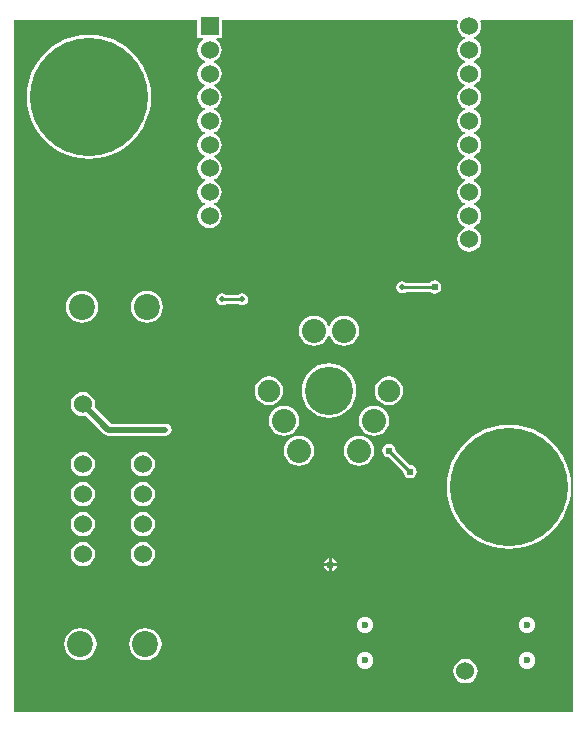
<source format=gbl>
G04*
G04 #@! TF.GenerationSoftware,Altium Limited,Altium Designer,20.0.14 (345)*
G04*
G04 Layer_Physical_Order=2*
G04 Layer_Color=16711680*
%FSLAX25Y25*%
%MOIN*%
G70*
G01*
G75*
%ADD15C,0.01000*%
%ADD52C,0.02000*%
%ADD58C,0.39370*%
%ADD59R,0.06024X0.06024*%
%ADD60C,0.06024*%
%ADD61C,0.06000*%
%ADD62C,0.02362*%
%ADD63C,0.07500*%
%ADD64C,0.16100*%
%ADD65C,0.08000*%
%ADD66C,0.08661*%
%ADD67C,0.02400*%
%ADD68C,0.02000*%
%ADD69C,0.01400*%
%ADD70C,0.04000*%
G36*
X165188Y331488D02*
Y325488D01*
X166856D01*
X167025Y324988D01*
X166339Y324461D01*
X165696Y323623D01*
X165292Y322647D01*
X165154Y321600D01*
X165292Y320553D01*
X165696Y319577D01*
X166339Y318739D01*
X167177Y318096D01*
X167599Y317921D01*
Y317379D01*
X167177Y317204D01*
X166339Y316561D01*
X165696Y315723D01*
X165292Y314747D01*
X165154Y313700D01*
X165292Y312653D01*
X165696Y311677D01*
X166339Y310839D01*
X167177Y310196D01*
X167599Y310021D01*
Y309479D01*
X167177Y309304D01*
X166339Y308661D01*
X165696Y307823D01*
X165292Y306847D01*
X165154Y305800D01*
X165292Y304753D01*
X165696Y303777D01*
X166339Y302939D01*
X167177Y302296D01*
X167599Y302121D01*
Y301579D01*
X167177Y301404D01*
X166339Y300761D01*
X165696Y299923D01*
X165292Y298947D01*
X165154Y297900D01*
X165292Y296853D01*
X165696Y295877D01*
X166339Y295039D01*
X167177Y294396D01*
X167599Y294221D01*
Y293679D01*
X167177Y293504D01*
X166339Y292861D01*
X165696Y292023D01*
X165292Y291047D01*
X165154Y290000D01*
X165292Y288953D01*
X165696Y287977D01*
X166339Y287139D01*
X167177Y286496D01*
X167599Y286321D01*
Y285779D01*
X167177Y285604D01*
X166339Y284961D01*
X165696Y284123D01*
X165292Y283147D01*
X165154Y282100D01*
X165292Y281053D01*
X165696Y280077D01*
X166339Y279239D01*
X167177Y278596D01*
X167599Y278421D01*
Y277879D01*
X167177Y277704D01*
X166339Y277061D01*
X165696Y276223D01*
X165292Y275247D01*
X165154Y274200D01*
X165292Y273153D01*
X165696Y272177D01*
X166339Y271339D01*
X167177Y270696D01*
X167599Y270521D01*
Y269979D01*
X167177Y269804D01*
X166339Y269161D01*
X165696Y268323D01*
X165292Y267347D01*
X165154Y266300D01*
X165292Y265253D01*
X165696Y264277D01*
X166339Y263439D01*
X167177Y262796D01*
X168153Y262391D01*
X169200Y262254D01*
X170247Y262391D01*
X171223Y262796D01*
X172061Y263439D01*
X172704Y264277D01*
X173108Y265253D01*
X173246Y266300D01*
X173108Y267347D01*
X172704Y268323D01*
X172061Y269161D01*
X171223Y269804D01*
X170800Y269979D01*
Y270521D01*
X171223Y270696D01*
X172061Y271339D01*
X172704Y272177D01*
X173108Y273153D01*
X173246Y274200D01*
X173108Y275247D01*
X172704Y276223D01*
X172061Y277061D01*
X171223Y277704D01*
X170800Y277879D01*
Y278421D01*
X171223Y278596D01*
X172061Y279239D01*
X172704Y280077D01*
X173108Y281053D01*
X173246Y282100D01*
X173108Y283147D01*
X172704Y284123D01*
X172061Y284961D01*
X171223Y285604D01*
X170800Y285779D01*
Y286321D01*
X171223Y286496D01*
X172061Y287139D01*
X172704Y287977D01*
X173108Y288953D01*
X173246Y290000D01*
X173108Y291047D01*
X172704Y292023D01*
X172061Y292861D01*
X171223Y293504D01*
X170800Y293679D01*
Y294221D01*
X171223Y294396D01*
X172061Y295039D01*
X172704Y295877D01*
X173108Y296853D01*
X173246Y297900D01*
X173108Y298947D01*
X172704Y299923D01*
X172061Y300761D01*
X171223Y301404D01*
X170800Y301579D01*
Y302121D01*
X171223Y302296D01*
X172061Y302939D01*
X172704Y303777D01*
X173108Y304753D01*
X173246Y305800D01*
X173108Y306847D01*
X172704Y307823D01*
X172061Y308661D01*
X171223Y309304D01*
X170800Y309479D01*
Y310021D01*
X171223Y310196D01*
X172061Y310839D01*
X172704Y311677D01*
X173108Y312653D01*
X173246Y313700D01*
X173108Y314747D01*
X172704Y315723D01*
X172061Y316561D01*
X171223Y317204D01*
X170800Y317379D01*
Y317921D01*
X171223Y318096D01*
X172061Y318739D01*
X172704Y319577D01*
X173108Y320553D01*
X173246Y321600D01*
X173108Y322647D01*
X172704Y323623D01*
X172061Y324461D01*
X171375Y324988D01*
X171544Y325488D01*
X173212D01*
Y331488D01*
X251831Y331488D01*
X252109Y331072D01*
X251891Y330547D01*
X251754Y329500D01*
X251891Y328453D01*
X252296Y327477D01*
X252939Y326639D01*
X253777Y325996D01*
X254200Y325821D01*
Y325279D01*
X253777Y325104D01*
X252939Y324461D01*
X252296Y323623D01*
X251891Y322647D01*
X251754Y321600D01*
X251891Y320553D01*
X252296Y319577D01*
X252939Y318739D01*
X253777Y318096D01*
X254200Y317921D01*
Y317379D01*
X253777Y317204D01*
X252939Y316561D01*
X252296Y315723D01*
X251891Y314747D01*
X251754Y313700D01*
X251891Y312653D01*
X252296Y311677D01*
X252939Y310839D01*
X253777Y310196D01*
X254200Y310021D01*
Y309479D01*
X253777Y309304D01*
X252939Y308661D01*
X252296Y307823D01*
X251891Y306847D01*
X251754Y305800D01*
X251891Y304753D01*
X252296Y303777D01*
X252939Y302939D01*
X253777Y302296D01*
X254200Y302121D01*
Y301579D01*
X253777Y301404D01*
X252939Y300761D01*
X252296Y299923D01*
X251891Y298947D01*
X251754Y297900D01*
X251891Y296853D01*
X252296Y295877D01*
X252939Y295039D01*
X253777Y294396D01*
X254200Y294221D01*
Y293679D01*
X253777Y293504D01*
X252939Y292861D01*
X252296Y292023D01*
X251891Y291047D01*
X251754Y290000D01*
X251891Y288953D01*
X252296Y287977D01*
X252939Y287139D01*
X253777Y286496D01*
X254200Y286321D01*
Y285779D01*
X253777Y285604D01*
X252939Y284961D01*
X252296Y284123D01*
X251891Y283147D01*
X251754Y282100D01*
X251891Y281053D01*
X252296Y280077D01*
X252939Y279239D01*
X253777Y278596D01*
X254200Y278421D01*
Y277879D01*
X253777Y277704D01*
X252939Y277061D01*
X252296Y276223D01*
X251891Y275247D01*
X251754Y274200D01*
X251891Y273153D01*
X252296Y272177D01*
X252939Y271339D01*
X253777Y270696D01*
X254200Y270521D01*
Y269979D01*
X253777Y269804D01*
X252939Y269161D01*
X252296Y268323D01*
X251891Y267347D01*
X251754Y266300D01*
X251891Y265253D01*
X252296Y264277D01*
X252939Y263439D01*
X253777Y262796D01*
X254200Y262621D01*
Y262079D01*
X253777Y261904D01*
X252939Y261261D01*
X252296Y260423D01*
X251891Y259447D01*
X251754Y258400D01*
X251891Y257353D01*
X252296Y256377D01*
X252939Y255539D01*
X253777Y254896D01*
X254753Y254491D01*
X255800Y254354D01*
X256847Y254491D01*
X257823Y254896D01*
X258661Y255539D01*
X259304Y256377D01*
X259709Y257353D01*
X259846Y258400D01*
X259709Y259447D01*
X259304Y260423D01*
X258661Y261261D01*
X257823Y261904D01*
X257400Y262079D01*
Y262621D01*
X257823Y262796D01*
X258661Y263439D01*
X259304Y264277D01*
X259709Y265253D01*
X259846Y266300D01*
X259709Y267347D01*
X259304Y268323D01*
X258661Y269161D01*
X257823Y269804D01*
X257400Y269979D01*
Y270521D01*
X257823Y270696D01*
X258661Y271339D01*
X259304Y272177D01*
X259709Y273153D01*
X259846Y274200D01*
X259709Y275247D01*
X259304Y276223D01*
X258661Y277061D01*
X257823Y277704D01*
X257400Y277879D01*
Y278421D01*
X257823Y278596D01*
X258661Y279239D01*
X259304Y280077D01*
X259709Y281053D01*
X259846Y282100D01*
X259709Y283147D01*
X259304Y284123D01*
X258661Y284961D01*
X257823Y285604D01*
X257400Y285779D01*
Y286321D01*
X257823Y286496D01*
X258661Y287139D01*
X259304Y287977D01*
X259709Y288953D01*
X259846Y290000D01*
X259709Y291047D01*
X259304Y292023D01*
X258661Y292861D01*
X257823Y293504D01*
X257400Y293679D01*
Y294221D01*
X257823Y294396D01*
X258661Y295039D01*
X259304Y295877D01*
X259709Y296853D01*
X259846Y297900D01*
X259709Y298947D01*
X259304Y299923D01*
X258661Y300761D01*
X257823Y301404D01*
X257400Y301579D01*
Y302121D01*
X257823Y302296D01*
X258661Y302939D01*
X259304Y303777D01*
X259709Y304753D01*
X259846Y305800D01*
X259709Y306847D01*
X259304Y307823D01*
X258661Y308661D01*
X257823Y309304D01*
X257400Y309479D01*
Y310021D01*
X257823Y310196D01*
X258661Y310839D01*
X259304Y311677D01*
X259709Y312653D01*
X259846Y313700D01*
X259709Y314747D01*
X259304Y315723D01*
X258661Y316561D01*
X257823Y317204D01*
X257400Y317379D01*
Y317921D01*
X257823Y318096D01*
X258661Y318739D01*
X259304Y319577D01*
X259709Y320553D01*
X259846Y321600D01*
X259709Y322647D01*
X259304Y323623D01*
X258661Y324461D01*
X257823Y325104D01*
X257400Y325279D01*
Y325821D01*
X257823Y325996D01*
X258661Y326639D01*
X259304Y327477D01*
X259709Y328453D01*
X259846Y329500D01*
X259709Y330547D01*
X259491Y331072D01*
X259769Y331488D01*
X290480D01*
X290480Y101020D01*
X104019Y101020D01*
X104019Y331488D01*
X165188D01*
D02*
G37*
%LPC*%
G36*
X129000Y326729D02*
X126294Y326552D01*
X123635Y326023D01*
X121067Y325151D01*
X118635Y323952D01*
X116381Y322446D01*
X114342Y320658D01*
X112554Y318619D01*
X111048Y316365D01*
X109848Y313933D01*
X108977Y311365D01*
X108448Y308706D01*
X108271Y306000D01*
X108448Y303294D01*
X108977Y300635D01*
X109848Y298067D01*
X111048Y295635D01*
X112554Y293381D01*
X114342Y291342D01*
X116381Y289554D01*
X118635Y288048D01*
X121067Y286848D01*
X123635Y285977D01*
X126294Y285448D01*
X129000Y285271D01*
X131706Y285448D01*
X134365Y285977D01*
X136933Y286848D01*
X139365Y288048D01*
X141619Y289554D01*
X143658Y291342D01*
X145446Y293381D01*
X146952Y295635D01*
X148152Y298067D01*
X149023Y300635D01*
X149552Y303294D01*
X149729Y306000D01*
X149552Y308706D01*
X149023Y311365D01*
X148152Y313933D01*
X146952Y316365D01*
X145446Y318619D01*
X143658Y320658D01*
X141619Y322446D01*
X139365Y323952D01*
X136933Y325151D01*
X134365Y326023D01*
X131706Y326552D01*
X129000Y326729D01*
D02*
G37*
G36*
X244243Y244743D02*
X243385Y244572D01*
X242657Y244086D01*
X242619Y244029D01*
X234811D01*
X234280Y244384D01*
X233500Y244539D01*
X232720Y244384D01*
X232058Y243942D01*
X231616Y243280D01*
X231461Y242500D01*
X231616Y241720D01*
X232058Y241058D01*
X232720Y240616D01*
X233500Y240461D01*
X234280Y240616D01*
X234811Y240971D01*
X242619D01*
X242657Y240914D01*
X243385Y240428D01*
X244243Y240257D01*
X245101Y240428D01*
X245829Y240914D01*
X246316Y241642D01*
X246486Y242500D01*
X246316Y243358D01*
X245829Y244086D01*
X245101Y244572D01*
X244243Y244743D01*
D02*
G37*
G36*
X180000Y240539D02*
X179220Y240384D01*
X178689Y240029D01*
X174811D01*
X174280Y240384D01*
X173500Y240539D01*
X172720Y240384D01*
X172058Y239942D01*
X171616Y239280D01*
X171461Y238500D01*
X171616Y237720D01*
X172058Y237058D01*
X172720Y236616D01*
X173500Y236461D01*
X174280Y236616D01*
X174811Y236971D01*
X178689D01*
X179220Y236616D01*
X180000Y236461D01*
X180780Y236616D01*
X181442Y237058D01*
X181884Y237720D01*
X182039Y238500D01*
X181884Y239280D01*
X181442Y239942D01*
X180780Y240384D01*
X180000Y240539D01*
D02*
G37*
G36*
X148327Y241377D02*
X146935Y241194D01*
X145638Y240656D01*
X144525Y239802D01*
X143670Y238688D01*
X143133Y237392D01*
X142950Y236000D01*
X143133Y234608D01*
X143670Y233312D01*
X144525Y232198D01*
X145638Y231344D01*
X146935Y230806D01*
X148327Y230623D01*
X149718Y230806D01*
X151015Y231344D01*
X152129Y232198D01*
X152983Y233312D01*
X153520Y234608D01*
X153703Y236000D01*
X153520Y237392D01*
X152983Y238688D01*
X152129Y239802D01*
X151015Y240656D01*
X149718Y241194D01*
X148327Y241377D01*
D02*
G37*
G36*
X126673D02*
X125282Y241194D01*
X123985Y240656D01*
X122871Y239802D01*
X122017Y238688D01*
X121480Y237392D01*
X121297Y236000D01*
X121480Y234608D01*
X122017Y233312D01*
X122871Y232198D01*
X123985Y231344D01*
X125282Y230806D01*
X126673Y230623D01*
X128065Y230806D01*
X129362Y231344D01*
X130475Y232198D01*
X131330Y233312D01*
X131867Y234608D01*
X132050Y236000D01*
X131867Y237392D01*
X131330Y238688D01*
X130475Y239802D01*
X129362Y240656D01*
X128065Y241194D01*
X126673Y241377D01*
D02*
G37*
G36*
X214000Y233043D02*
X212695Y232871D01*
X211478Y232367D01*
X210434Y231566D01*
X209632Y230522D01*
X209271Y229648D01*
X208729D01*
X208367Y230522D01*
X207566Y231566D01*
X206522Y232367D01*
X205305Y232871D01*
X204000Y233043D01*
X202695Y232871D01*
X201478Y232367D01*
X200434Y231566D01*
X199633Y230522D01*
X199129Y229305D01*
X198957Y228000D01*
X199129Y226695D01*
X199633Y225478D01*
X200434Y224434D01*
X201478Y223633D01*
X202695Y223129D01*
X204000Y222957D01*
X205305Y223129D01*
X206522Y223633D01*
X207566Y224434D01*
X208367Y225478D01*
X208729Y226352D01*
X209271D01*
X209632Y225478D01*
X210434Y224434D01*
X211478Y223633D01*
X212695Y223129D01*
X214000Y222957D01*
X215305Y223129D01*
X216522Y223633D01*
X217566Y224434D01*
X218368Y225478D01*
X218871Y226695D01*
X219043Y228000D01*
X218871Y229305D01*
X218368Y230522D01*
X217566Y231566D01*
X216522Y232367D01*
X215305Y232871D01*
X214000Y233043D01*
D02*
G37*
G36*
X229000Y212791D02*
X227760Y212628D01*
X226605Y212149D01*
X225612Y211388D01*
X224851Y210396D01*
X224372Y209240D01*
X224209Y208000D01*
X224372Y206760D01*
X224851Y205605D01*
X225612Y204612D01*
X226605Y203851D01*
X227760Y203372D01*
X229000Y203209D01*
X230240Y203372D01*
X231396Y203851D01*
X232388Y204612D01*
X233149Y205605D01*
X233628Y206760D01*
X233791Y208000D01*
X233628Y209240D01*
X233149Y210396D01*
X232388Y211388D01*
X231396Y212149D01*
X230240Y212628D01*
X229000Y212791D01*
D02*
G37*
G36*
X189000D02*
X187760Y212628D01*
X186604Y212149D01*
X185612Y211388D01*
X184851Y210396D01*
X184372Y209240D01*
X184209Y208000D01*
X184372Y206760D01*
X184851Y205605D01*
X185612Y204612D01*
X186604Y203851D01*
X187760Y203372D01*
X189000Y203209D01*
X190240Y203372D01*
X191395Y203851D01*
X192388Y204612D01*
X193149Y205605D01*
X193628Y206760D01*
X193791Y208000D01*
X193628Y209240D01*
X193149Y210396D01*
X192388Y211388D01*
X191395Y212149D01*
X190240Y212628D01*
X189000Y212791D01*
D02*
G37*
G36*
X209000Y217094D02*
X207226Y216919D01*
X205520Y216402D01*
X203948Y215561D01*
X202570Y214430D01*
X201439Y213052D01*
X200598Y211480D01*
X200081Y209774D01*
X199906Y208000D01*
X200081Y206226D01*
X200598Y204520D01*
X201439Y202948D01*
X202570Y201570D01*
X203948Y200439D01*
X205520Y199598D01*
X207226Y199081D01*
X209000Y198906D01*
X210774Y199081D01*
X212480Y199598D01*
X214052Y200439D01*
X215430Y201570D01*
X216561Y202948D01*
X217402Y204520D01*
X217919Y206226D01*
X218094Y208000D01*
X217919Y209774D01*
X217402Y211480D01*
X216561Y213052D01*
X215430Y214430D01*
X214052Y215561D01*
X212480Y216402D01*
X210774Y216919D01*
X209000Y217094D01*
D02*
G37*
G36*
X127000Y207535D02*
X125956Y207397D01*
X124983Y206994D01*
X124147Y206353D01*
X123506Y205517D01*
X123103Y204544D01*
X122966Y203500D01*
X123103Y202456D01*
X123506Y201483D01*
X124147Y200647D01*
X124983Y200006D01*
X125956Y199603D01*
X127000Y199466D01*
X128017Y199599D01*
X134058Y193558D01*
X134058Y193558D01*
X134720Y193116D01*
X135500Y192961D01*
X135500Y192961D01*
X154500D01*
X155280Y193116D01*
X155942Y193558D01*
X156384Y194220D01*
X156539Y195000D01*
X156384Y195780D01*
X155942Y196442D01*
X155280Y196884D01*
X154500Y197039D01*
X136345D01*
X130901Y202483D01*
X131035Y203500D01*
X130897Y204544D01*
X130494Y205517D01*
X129853Y206353D01*
X129017Y206994D01*
X128044Y207397D01*
X127000Y207535D01*
D02*
G37*
G36*
X224000Y203043D02*
X222695Y202871D01*
X221478Y202367D01*
X220434Y201566D01*
X219633Y200522D01*
X219129Y199305D01*
X218957Y198000D01*
X219129Y196695D01*
X219633Y195478D01*
X220434Y194434D01*
X221478Y193632D01*
X222695Y193129D01*
X224000Y192957D01*
X225305Y193129D01*
X226522Y193632D01*
X227566Y194434D01*
X228367Y195478D01*
X228871Y196695D01*
X229043Y198000D01*
X228871Y199305D01*
X228367Y200522D01*
X227566Y201566D01*
X226522Y202367D01*
X225305Y202871D01*
X224000Y203043D01*
D02*
G37*
G36*
X194000D02*
X192695Y202871D01*
X191478Y202367D01*
X190434Y201566D01*
X189632Y200522D01*
X189129Y199305D01*
X188957Y198000D01*
X189129Y196695D01*
X189632Y195478D01*
X190434Y194434D01*
X191478Y193632D01*
X192695Y193129D01*
X194000Y192957D01*
X195305Y193129D01*
X196522Y193632D01*
X197566Y194434D01*
X198368Y195478D01*
X198871Y196695D01*
X199043Y198000D01*
X198871Y199305D01*
X198368Y200522D01*
X197566Y201566D01*
X196522Y202367D01*
X195305Y202871D01*
X194000Y203043D01*
D02*
G37*
G36*
X219000Y193043D02*
X217695Y192871D01*
X216478Y192367D01*
X215434Y191566D01*
X214633Y190522D01*
X214129Y189305D01*
X213957Y188000D01*
X214129Y186695D01*
X214633Y185478D01*
X215434Y184434D01*
X216478Y183633D01*
X217695Y183129D01*
X219000Y182957D01*
X220305Y183129D01*
X221522Y183633D01*
X222566Y184434D01*
X223368Y185478D01*
X223871Y186695D01*
X224043Y188000D01*
X223871Y189305D01*
X223368Y190522D01*
X222566Y191566D01*
X221522Y192367D01*
X220305Y192871D01*
X219000Y193043D01*
D02*
G37*
G36*
X199000D02*
X197695Y192871D01*
X196478Y192367D01*
X195434Y191566D01*
X194632Y190522D01*
X194129Y189305D01*
X193957Y188000D01*
X194129Y186695D01*
X194632Y185478D01*
X195434Y184434D01*
X196478Y183633D01*
X197695Y183129D01*
X199000Y182957D01*
X200305Y183129D01*
X201522Y183633D01*
X202566Y184434D01*
X203367Y185478D01*
X203871Y186695D01*
X204043Y188000D01*
X203871Y189305D01*
X203367Y190522D01*
X202566Y191566D01*
X201522Y192367D01*
X200305Y192871D01*
X199000Y193043D01*
D02*
G37*
G36*
X147000Y187534D02*
X145956Y187397D01*
X144983Y186994D01*
X144147Y186353D01*
X143506Y185517D01*
X143103Y184544D01*
X142965Y183500D01*
X143103Y182456D01*
X143506Y181483D01*
X144147Y180647D01*
X144983Y180006D01*
X145956Y179603D01*
X147000Y179465D01*
X148044Y179603D01*
X149017Y180006D01*
X149853Y180647D01*
X150494Y181483D01*
X150897Y182456D01*
X151034Y183500D01*
X150897Y184544D01*
X150494Y185517D01*
X149853Y186353D01*
X149017Y186994D01*
X148044Y187397D01*
X147000Y187534D01*
D02*
G37*
G36*
X127000D02*
X125956Y187397D01*
X124983Y186994D01*
X124147Y186353D01*
X123506Y185517D01*
X123103Y184544D01*
X122966Y183500D01*
X123103Y182456D01*
X123506Y181483D01*
X124147Y180647D01*
X124983Y180006D01*
X125956Y179603D01*
X127000Y179465D01*
X128044Y179603D01*
X129017Y180006D01*
X129853Y180647D01*
X130494Y181483D01*
X130897Y182456D01*
X131035Y183500D01*
X130897Y184544D01*
X130494Y185517D01*
X129853Y186353D01*
X129017Y186994D01*
X128044Y187397D01*
X127000Y187534D01*
D02*
G37*
G36*
X229000Y190243D02*
X228142Y190072D01*
X227414Y189586D01*
X226928Y188858D01*
X226757Y188000D01*
X226928Y187142D01*
X227414Y186414D01*
X228142Y185928D01*
X229000Y185757D01*
X229067Y185770D01*
X233770Y181067D01*
X233757Y181000D01*
X233928Y180142D01*
X234414Y179414D01*
X235142Y178928D01*
X236000Y178757D01*
X236858Y178928D01*
X237586Y179414D01*
X238072Y180142D01*
X238243Y181000D01*
X238072Y181858D01*
X237586Y182586D01*
X236858Y183072D01*
X236000Y183243D01*
X235933Y183230D01*
X231230Y187933D01*
X231243Y188000D01*
X231072Y188858D01*
X230586Y189586D01*
X229858Y190072D01*
X229000Y190243D01*
D02*
G37*
G36*
X147000Y177534D02*
X145956Y177397D01*
X144983Y176994D01*
X144147Y176353D01*
X143506Y175517D01*
X143103Y174544D01*
X142965Y173500D01*
X143103Y172456D01*
X143506Y171483D01*
X144147Y170647D01*
X144983Y170006D01*
X145956Y169603D01*
X147000Y169465D01*
X148044Y169603D01*
X149017Y170006D01*
X149853Y170647D01*
X150494Y171483D01*
X150897Y172456D01*
X151034Y173500D01*
X150897Y174544D01*
X150494Y175517D01*
X149853Y176353D01*
X149017Y176994D01*
X148044Y177397D01*
X147000Y177534D01*
D02*
G37*
G36*
X127000D02*
X125956Y177397D01*
X124983Y176994D01*
X124147Y176353D01*
X123506Y175517D01*
X123103Y174544D01*
X122966Y173500D01*
X123103Y172456D01*
X123506Y171483D01*
X124147Y170647D01*
X124983Y170006D01*
X125956Y169603D01*
X127000Y169465D01*
X128044Y169603D01*
X129017Y170006D01*
X129853Y170647D01*
X130494Y171483D01*
X130897Y172456D01*
X131035Y173500D01*
X130897Y174544D01*
X130494Y175517D01*
X129853Y176353D01*
X129017Y176994D01*
X128044Y177397D01*
X127000Y177534D01*
D02*
G37*
G36*
X147000Y167534D02*
X145956Y167397D01*
X144983Y166994D01*
X144147Y166353D01*
X143506Y165517D01*
X143103Y164544D01*
X142965Y163500D01*
X143103Y162456D01*
X143506Y161483D01*
X144147Y160647D01*
X144983Y160006D01*
X145956Y159603D01*
X147000Y159466D01*
X148044Y159603D01*
X149017Y160006D01*
X149853Y160647D01*
X150494Y161483D01*
X150897Y162456D01*
X151034Y163500D01*
X150897Y164544D01*
X150494Y165517D01*
X149853Y166353D01*
X149017Y166994D01*
X148044Y167397D01*
X147000Y167534D01*
D02*
G37*
G36*
X127000D02*
X125956Y167397D01*
X124983Y166994D01*
X124147Y166353D01*
X123506Y165517D01*
X123103Y164544D01*
X122966Y163500D01*
X123103Y162456D01*
X123506Y161483D01*
X124147Y160647D01*
X124983Y160006D01*
X125956Y159603D01*
X127000Y159466D01*
X128044Y159603D01*
X129017Y160006D01*
X129853Y160647D01*
X130494Y161483D01*
X130897Y162456D01*
X131035Y163500D01*
X130897Y164544D01*
X130494Y165517D01*
X129853Y166353D01*
X129017Y166994D01*
X128044Y167397D01*
X127000Y167534D01*
D02*
G37*
G36*
X269000Y196729D02*
X266294Y196552D01*
X263635Y196023D01*
X261067Y195151D01*
X258635Y193952D01*
X256381Y192446D01*
X254342Y190658D01*
X252554Y188619D01*
X251048Y186365D01*
X249849Y183933D01*
X248977Y181365D01*
X248448Y178706D01*
X248271Y176000D01*
X248448Y173294D01*
X248977Y170635D01*
X249849Y168067D01*
X251048Y165635D01*
X252554Y163381D01*
X254342Y161342D01*
X256381Y159554D01*
X258635Y158048D01*
X261067Y156849D01*
X263635Y155977D01*
X266294Y155448D01*
X269000Y155271D01*
X271706Y155448D01*
X274365Y155977D01*
X276933Y156849D01*
X279365Y158048D01*
X281619Y159554D01*
X283658Y161342D01*
X285446Y163381D01*
X286952Y165635D01*
X288152Y168067D01*
X289023Y170635D01*
X289552Y173294D01*
X289729Y176000D01*
X289552Y178706D01*
X289023Y181365D01*
X288152Y183933D01*
X286952Y186365D01*
X285446Y188619D01*
X283658Y190658D01*
X281619Y192446D01*
X279365Y193952D01*
X276933Y195151D01*
X274365Y196023D01*
X271706Y196552D01*
X269000Y196729D01*
D02*
G37*
G36*
X210000Y152144D02*
Y150500D01*
X211644D01*
X211572Y150858D01*
X211086Y151586D01*
X210358Y152072D01*
X210000Y152144D01*
D02*
G37*
G36*
X209000D02*
X208642Y152072D01*
X207914Y151586D01*
X207428Y150858D01*
X207356Y150500D01*
X209000D01*
Y152144D01*
D02*
G37*
G36*
X147000Y157535D02*
X145956Y157397D01*
X144983Y156994D01*
X144147Y156353D01*
X143506Y155517D01*
X143103Y154544D01*
X142965Y153500D01*
X143103Y152456D01*
X143506Y151483D01*
X144147Y150647D01*
X144983Y150006D01*
X145956Y149603D01*
X147000Y149466D01*
X148044Y149603D01*
X149017Y150006D01*
X149853Y150647D01*
X150494Y151483D01*
X150897Y152456D01*
X151034Y153500D01*
X150897Y154544D01*
X150494Y155517D01*
X149853Y156353D01*
X149017Y156994D01*
X148044Y157397D01*
X147000Y157535D01*
D02*
G37*
G36*
X127000D02*
X125956Y157397D01*
X124983Y156994D01*
X124147Y156353D01*
X123506Y155517D01*
X123103Y154544D01*
X122966Y153500D01*
X123103Y152456D01*
X123506Y151483D01*
X124147Y150647D01*
X124983Y150006D01*
X125956Y149603D01*
X127000Y149466D01*
X128044Y149603D01*
X129017Y150006D01*
X129853Y150647D01*
X130494Y151483D01*
X130897Y152456D01*
X131035Y153500D01*
X130897Y154544D01*
X130494Y155517D01*
X129853Y156353D01*
X129017Y156994D01*
X128044Y157397D01*
X127000Y157535D01*
D02*
G37*
G36*
X211644Y149500D02*
X210000D01*
Y147856D01*
X210358Y147928D01*
X211086Y148414D01*
X211572Y149142D01*
X211644Y149500D01*
D02*
G37*
G36*
X209000D02*
X207356D01*
X207428Y149142D01*
X207914Y148414D01*
X208642Y147928D01*
X209000Y147856D01*
Y149500D01*
D02*
G37*
G36*
X275000Y132701D02*
X274276Y132606D01*
X273602Y132326D01*
X273023Y131882D01*
X272579Y131303D01*
X272300Y130629D01*
X272204Y129905D01*
X272300Y129182D01*
X272579Y128508D01*
X273023Y127929D01*
X273602Y127485D01*
X274276Y127205D01*
X275000Y127110D01*
X275724Y127205D01*
X276398Y127485D01*
X276977Y127929D01*
X277421Y128508D01*
X277700Y129182D01*
X277796Y129905D01*
X277700Y130629D01*
X277421Y131303D01*
X276977Y131882D01*
X276398Y132326D01*
X275724Y132606D01*
X275000Y132701D01*
D02*
G37*
G36*
X221000D02*
X220276Y132606D01*
X219602Y132326D01*
X219023Y131882D01*
X218579Y131303D01*
X218300Y130629D01*
X218204Y129905D01*
X218300Y129182D01*
X218579Y128508D01*
X219023Y127929D01*
X219602Y127485D01*
X220276Y127205D01*
X221000Y127110D01*
X221724Y127205D01*
X222398Y127485D01*
X222977Y127929D01*
X223421Y128508D01*
X223700Y129182D01*
X223796Y129905D01*
X223700Y130629D01*
X223421Y131303D01*
X222977Y131882D01*
X222398Y132326D01*
X221724Y132606D01*
X221000Y132701D01*
D02*
G37*
G36*
X147827Y128877D02*
X146435Y128693D01*
X145138Y128156D01*
X144025Y127302D01*
X143170Y126188D01*
X142633Y124892D01*
X142450Y123500D01*
X142633Y122108D01*
X143170Y120812D01*
X144025Y119698D01*
X145138Y118844D01*
X146435Y118307D01*
X147827Y118123D01*
X149218Y118307D01*
X150515Y118844D01*
X151629Y119698D01*
X152483Y120812D01*
X153020Y122108D01*
X153203Y123500D01*
X153020Y124892D01*
X152483Y126188D01*
X151629Y127302D01*
X150515Y128156D01*
X149218Y128693D01*
X147827Y128877D01*
D02*
G37*
G36*
X126173D02*
X124782Y128693D01*
X123485Y128156D01*
X122371Y127302D01*
X121517Y126188D01*
X120980Y124892D01*
X120797Y123500D01*
X120980Y122108D01*
X121517Y120812D01*
X122371Y119698D01*
X123485Y118844D01*
X124782Y118307D01*
X126173Y118123D01*
X127565Y118307D01*
X128862Y118844D01*
X129975Y119698D01*
X130830Y120812D01*
X131367Y122108D01*
X131550Y123500D01*
X131367Y124892D01*
X130830Y126188D01*
X129975Y127302D01*
X128862Y128156D01*
X127565Y128693D01*
X126173Y128877D01*
D02*
G37*
G36*
X275000Y120890D02*
X274276Y120795D01*
X273602Y120516D01*
X273023Y120071D01*
X272579Y119492D01*
X272300Y118818D01*
X272204Y118095D01*
X272300Y117371D01*
X272579Y116697D01*
X273023Y116118D01*
X273602Y115673D01*
X274276Y115394D01*
X275000Y115299D01*
X275724Y115394D01*
X276398Y115673D01*
X276977Y116118D01*
X277421Y116697D01*
X277700Y117371D01*
X277796Y118095D01*
X277700Y118818D01*
X277421Y119492D01*
X276977Y120071D01*
X276398Y120516D01*
X275724Y120795D01*
X275000Y120890D01*
D02*
G37*
G36*
X221000D02*
X220276Y120795D01*
X219602Y120516D01*
X219023Y120071D01*
X218579Y119492D01*
X218300Y118818D01*
X218204Y118095D01*
X218300Y117371D01*
X218579Y116697D01*
X219023Y116118D01*
X219602Y115673D01*
X220276Y115394D01*
X221000Y115299D01*
X221724Y115394D01*
X222398Y115673D01*
X222977Y116118D01*
X223421Y116697D01*
X223700Y117371D01*
X223796Y118095D01*
X223700Y118818D01*
X223421Y119492D01*
X222977Y120071D01*
X222398Y120516D01*
X221724Y120795D01*
X221000Y120890D01*
D02*
G37*
G36*
X254500Y118546D02*
X253453Y118409D01*
X252477Y118004D01*
X251639Y117361D01*
X250996Y116523D01*
X250591Y115547D01*
X250454Y114500D01*
X250591Y113453D01*
X250996Y112477D01*
X251639Y111639D01*
X252477Y110996D01*
X253453Y110591D01*
X254500Y110454D01*
X255547Y110591D01*
X256523Y110996D01*
X257361Y111639D01*
X258004Y112477D01*
X258409Y113453D01*
X258546Y114500D01*
X258409Y115547D01*
X258004Y116523D01*
X257361Y117361D01*
X256523Y118004D01*
X255547Y118409D01*
X254500Y118546D01*
D02*
G37*
%LPD*%
D15*
X229000Y188000D02*
X236000Y181000D01*
X233500Y242500D02*
X244243D01*
X173500Y238500D02*
X180000D01*
D52*
X127000Y203500D02*
X135500Y195000D01*
X154500D01*
D58*
X269000Y176000D02*
D03*
X129000Y306000D02*
D03*
D59*
X169200Y329500D02*
D03*
D60*
Y321600D02*
D03*
Y313700D02*
D03*
Y305800D02*
D03*
Y297900D02*
D03*
Y290000D02*
D03*
Y282100D02*
D03*
Y274200D02*
D03*
Y266300D02*
D03*
Y258400D02*
D03*
X255800D02*
D03*
Y266300D02*
D03*
Y274200D02*
D03*
Y282100D02*
D03*
Y290000D02*
D03*
Y297900D02*
D03*
Y305800D02*
D03*
Y313700D02*
D03*
Y321600D02*
D03*
Y329500D02*
D03*
X254500Y114500D02*
D03*
X204500D02*
D03*
D61*
X127000Y183500D02*
D03*
Y163500D02*
D03*
Y173500D02*
D03*
Y203500D02*
D03*
Y153500D02*
D03*
X147000Y183500D02*
D03*
Y163500D02*
D03*
Y173500D02*
D03*
Y203500D02*
D03*
Y153500D02*
D03*
D62*
X275000Y129905D02*
D03*
Y118095D02*
D03*
X221000D02*
D03*
Y129905D02*
D03*
D63*
X189000Y208000D02*
D03*
X229000D02*
D03*
D64*
X209000D02*
D03*
D65*
X224000Y198000D02*
D03*
X199000Y188000D02*
D03*
X219000D02*
D03*
X194000Y198000D02*
D03*
X214000Y228000D02*
D03*
X204000D02*
D03*
D66*
X126673Y236000D02*
D03*
X148327D02*
D03*
X126173Y123500D02*
D03*
X147827D02*
D03*
D67*
X229000Y188000D02*
D03*
X236000Y181000D02*
D03*
X244243Y242500D02*
D03*
X259000Y131000D02*
D03*
X220000Y239500D02*
D03*
X209500Y150000D02*
D03*
D68*
X173500Y238500D02*
D03*
X180000D02*
D03*
X156000Y286000D02*
D03*
X233500Y242500D02*
D03*
D69*
X154500Y195000D02*
D03*
D70*
X211500Y123500D02*
D03*
M02*

</source>
